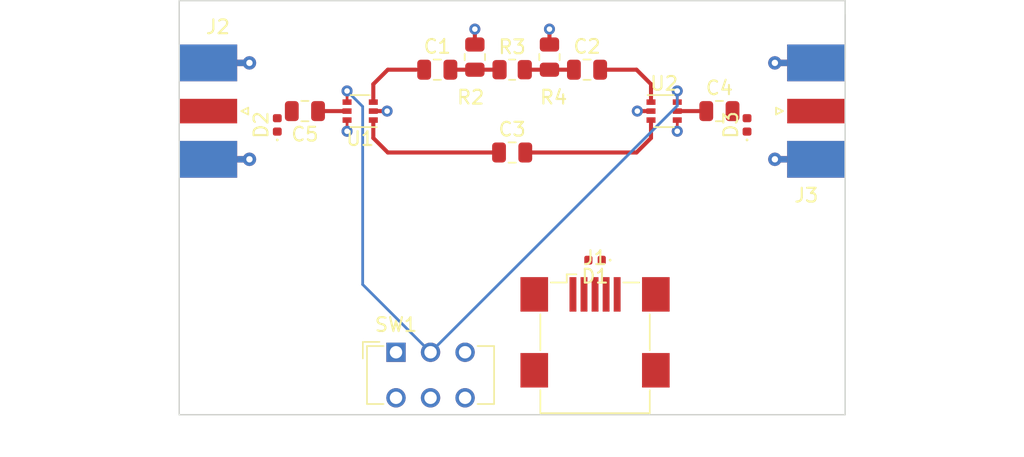
<source format=kicad_pcb>
(kicad_pcb (version 20211014) (generator pcbnew)
  (layers (0 "F.Cu" signal) (1 "In1.Cu" signal) (2 "In2.Cu" signal) (31 "B.Cu" signal) (34 "B.Paste" user) (35 "F.Paste" user) (36 "B.SilkS" user "B.Silkscreen") (37 "F.SilkS" user "F.Silkscreen") (38 "B.Mask" user) (39 "F.Mask" user) (44 "Edge.Cuts" user))
  (net 0 "")
  (net 1 "GND")
  (net 2 "+5V")
  (net 3 "/V_CTL")
  (net 4 "/IN")
  (net 5 "/OUT")
  (net 6 "/T_IN")
  (net 7 "/T_OUT")
  (net 11 "GNDA")
  (net 12 "Net-(C1-Pad2)")
  (net 13 "Net-(C2-Pad1)")
  (net 14 "/PASS_THRU_IN")
  (net 15 "/PASS_THRU_OUT")
  (net 16 "Net-(C4-Pad2)")
  (net 17 "Net-(C5-Pad2)")
  (footprint "Resistor_SMD:R_0805_2012Metric" (layer "F.Cu") (at 166.3 114.0875 -90)
    (fp_text reference "R2" (at 2.9125 0.3) (layer "F.SilkS"))
    (fp_text value "150R" hide)
    (fp_line (start -0.227064 -0.735) (end 0.227064 -0.735) (layer "F.SilkS") (width 0.12))
    (fp_line (start -0.227064 0.735) (end 0.227064 0.735) (layer "F.SilkS") (width 0.12))
    (pad "1" smd roundrect (at -0.9125 0 270) (size 1.025 1.4) (layers "F.Cu" "F.Paste" "F.Mask") (roundrect_rratio 0.243902) (net 11 "GNDA"))
    (pad "2" smd roundrect (at 0.9125 0 270) (size 1.025 1.4) (layers "F.Cu" "F.Paste" "F.Mask") (roundrect_rratio 0.243902) (net 12 "Net-(C1-Pad2)"))
  )
  (footprint "Package_TO_SOT_SMD:SOT-363_SC-70-6" (layer "F.Cu") (at 180 118)
    (fp_text reference "U2" (at 0 -2) (layer "F.SilkS"))
    (fp_text value "AS179-92LF")
    (fp_line (start 0.7 -1.16) (end -1.2 -1.16) (layer "F.SilkS") (width 0.12))
    (fp_line (start -0.7 1.16) (end 0.7 1.16) (layer "F.SilkS") (width 0.12))
    (pad "1" smd rect (at -0.95 -0.65) (size 0.65 0.4) (layers "F.Cu" "F.Paste" "F.Mask") (net 7 "/T_OUT"))
    (pad "2" smd rect (at -0.95 0) (size 0.65 0.4) (layers "F.Cu" "F.Paste" "F.Mask") (net 11 "GNDA"))
    (pad "3" smd rect (at -0.95 0.65) (size 0.65 0.4) (layers "F.Cu" "F.Paste" "F.Mask") (net 15 "/PASS_THRU_OUT"))
    (pad "4" smd rect (at 0.95 0.65) (size 0.65 0.4) (layers "F.Cu" "F.Paste" "F.Mask") (net 1 "GND"))
    (pad "5" smd rect (at 0.95 0) (size 0.65 0.4) (layers "F.Cu" "F.Paste" "F.Mask") (net 5 "/OUT"))
    (pad "6" smd rect (at 0.95 -0.65) (size 0.65 0.4) (layers "F.Cu" "F.Paste" "F.Mask") (net 3 "/V_CTL"))
  )
  (footprint "Connector_Coaxial:SMA_Molex_73251-2120_EdgeMount_Horizontal" (layer "F.Cu") (at 147 118 180)
    (fp_text reference "J2" (at -0.705 6.1) (layer "F.SilkS"))
    (fp_text value "Conn_Coaxial")
    (fp_line (start -2.4 0) (end -2.9 -0.25) (layer "F.SilkS") (width 0.12))
    (fp_line (start -2.9 -0.25) (end -2.9 0.25) (layer "F.SilkS") (width 0.12))
    (fp_line (start -2.9 0.25) (end -2.4 0) (layer "F.SilkS") (width 0.12))
    (pad "1" smd rect (at 0 0 180) (size 4.19 1.78) (layers "F.Cu" "F.Paste" "F.Mask") (net 17 "Net-(C5-Pad2)"))
    (pad "2" smd rect (at 0 -3.4925 180) (size 4.19 2.665) (layers "F.Cu" "F.Paste" "F.Mask") (net 11 "GNDA"))
    (pad "2" smd rect (at -2.54 3.4925 180) (size 0.89 0.46) (layers "B.Cu") (net 11 "GNDA"))
    (pad "2" smd rect (at 0 3.4925 180) (size 4.19 2.665) (layers "B.Cu" "B.Paste" "B.Mask") (net 11 "GNDA"))
    (pad "2" thru_hole circle (at -2.985 3.4925 180) (size 0.97 0.97) (drill 0.46) (layers *.Cu) (net 11 "GNDA"))
    (pad "2" smd rect (at -2.54 -3.4925 180) (size 0.89 0.46) (layers "B.Cu") (net 11 "GNDA"))
    (pad "2" thru_hole circle (at -2.985 -3.4925 180) (size 0.97 0.97) (drill 0.46) (layers *.Cu) (net 11 "GNDA"))
    (pad "2" smd rect (at 0 -3.4925 180) (size 4.19 2.665) (layers "B.Cu" "B.Paste" "B.Mask") (net 11 "GNDA"))
    (pad "2" smd rect (at 0 3.4925 180) (size 4.19 2.665) (layers "F.Cu" "F.Paste" "F.Mask") (net 11 "GNDA"))
    (pad "2" smd rect (at -2.54 3.4925 180) (size 0.89 0.46) (layers "F.Cu") (net 11 "GNDA"))
    (pad "2" smd rect (at -2.54 -3.4925 180) (size 0.89 0.46) (layers "F.Cu") (net 11 "GNDA"))
  )
  (footprint "Button_Switch_THT:SW_CuK_JS202011AQN_DPDT_Angled" (layer "F.Cu") (at 160.5925 135.475)
    (fp_text reference "SW1" (at 0 -2) (layer "F.SilkS"))
    (fp_text value "SW_SPDT")
    (fp_line (start 7.1 -0.45) (end 7.1 3.75) (layer "F.SilkS") (width 0.12))
    (fp_line (start -0.9 -0.45) (end -2.1 -0.45) (layer "F.SilkS") (width 0.12))
    (fp_line (start 7.1 3.75) (end 5.9 3.75) (layer "F.SilkS") (width 0.12))
    (fp_line (start -2.1 -0.45) (end -2.1 3.75) (layer "F.SilkS") (width 0.12))
    (fp_line (start -1.2 -0.75) (end -2.4 -0.75) (layer "F.SilkS") (width 0.12))
    (fp_line (start -2.4 -0.75) (end -2.4 0.45) (layer "F.SilkS") (width 0.12))
    (fp_line (start 5.9 -0.45) (end 7.1 -0.45) (layer "F.SilkS") (width 0.12))
    (fp_line (start -2.1 3.75) (end -0.9 3.75) (layer "F.SilkS") (width 0.12))
    (pad "1" thru_hole rect (at 0 0) (size 1.4 1.4) (drill 0.9) (layers *.Cu *.Mask) (net 1 "GND"))
    (pad "2" thru_hole circle (at 2.5 0) (size 1.4 1.4) (drill 0.9) (layers *.Cu *.Mask) (net 3 "/V_CTL"))
    (pad "3" thru_hole circle (at 5 0) (size 1.4 1.4) (drill 0.9) (layers *.Cu *.Mask) (net 2 "+5V"))
    (pad "4" thru_hole circle (at 0 3.3) (size 1.4 1.4) (drill 0.9) (layers *.Cu *.Mask))
    (pad "5" thru_hole circle (at 2.5 3.3) (size 1.4 1.4) (drill 0.9) (layers *.Cu *.Mask))
    (pad "6" thru_hole circle (at 5 3.3) (size 1.4 1.4) (drill 0.9) (layers *.Cu *.Mask))
  )
  (footprint "Diode_SMD:D_0402_1005Metric" (layer "F.Cu") (at 175 128.8 180)
    (fp_text reference "D1" (at 0 -1.17) (layer "F.SilkS"))
    (fp_text value "LXES15AAA1-100" hide)
    (fp_circle (center -1.09 0) (end -1.04 0) (layer "F.SilkS") (width 0.1) (fill none))
    (pad "1" smd roundrect (at -0.485 0 180) (size 0.59 0.64) (layers "F.Cu" "F.Paste" "F.Mask") (net 1 "GND"))
    (pad "2" smd roundrect (at 0.485 0 180) (size 0.59 0.64) (layers "F.Cu" "F.Paste" "F.Mask") (net 2 "+5V"))
  )
  (footprint "Capacitor_SMD:C_0805_2012Metric" (layer "F.Cu") (at 154 118 180)
    (fp_text reference "C5" (at 0 -1.68) (layer "F.SilkS"))
    (fp_text value "33p")
    (fp_line (start -0.261252 -0.735) (end 0.261252 -0.735) (layer "F.SilkS") (width 0.12))
    (fp_line (start -0.261252 0.735) (end 0.261252 0.735) (layer "F.SilkS") (width 0.12))
    (pad "1" smd roundrect (at -0.95 0 180) (size 1 1.45) (layers "F.Cu" "F.Paste" "F.Mask") (net 4 "/IN"))
    (pad "2" smd roundrect (at 0.95 0 180) (size 1 1.45) (layers "F.Cu" "F.Paste" "F.Mask") (net 17 "Net-(C5-Pad2)"))
  )
  (footprint "Connector_USB:USB_Mini-B_Wuerth_65100516121_Horizontal" (layer "F.Cu") (at 175 133.879)
    (fp_text reference "J1" (at 0 -5.25) (layer "F.SilkS"))
    (fp_text value "USB_B_Mini")
    (fp_line (start -3.96 1.45) (end -3.96 -1.15) (layer "F.SilkS") (width 0.12))
    (fp_line (start -3.96 4.35) (end -3.96 6.01) (layer "F.SilkS") (width 0.12))
    (fp_line (start 3.96 6.01) (end 3.96 4.35) (layer "F.SilkS") (width 0.12))
    (fp_line (start -3.96 6.01) (end 3.96 6.01) (layer "F.SilkS") (width 0.12))
    (fp_line (start 3.96 -1.15) (end 3.96 1.45) (layer "F.SilkS") (width 0.12))
    (fp_line (start 2.05 -3.46) (end 3.2 -3.46) (layer "F.SilkS") (width 0.12))
    (fp_line (start -3.2 -3.46) (end -2.05 -3.46) (layer "F.SilkS") (width 0.12))
    (fp_line (start -2.05 -4.05) (end -1.35 -4.05) (layer "F.SilkS") (width 0.12))
    (fp_line (start -2.05 -3.46) (end -2.05 -4.05) (layer "F.SilkS") (width 0.12))
    (pad "" np_thru_hole circle (at 2.2 0) (size 0.9 0.9) (drill 0.9) (layers *.Cu *.Mask))
    (pad "" np_thru_hole circle (at -2.2 0) (size 0.9 0.9) (drill 0.9) (layers *.Cu *.Mask))
    (pad "1" smd rect (at -1.6 -2.6) (size 0.5 2.5) (layers "F.Cu" "F.Paste" "F.Mask") (net 2 "+5V"))
    (pad "2" smd rect (at -0.8 -2.6) (size 0.5 2.5) (layers "F.Cu" "F.Paste" "F.Mask"))
    (pad "3" smd rect (at 0 -2.6) (size 0.5 2.5) (layers "F.Cu" "F.Paste" "F.Mask"))
    (pad "4" smd rect (at 0.8 -2.6) (size 0.5 2.5) (layers "F.Cu" "F.Paste" "F.Mask"))
    (pad "5" smd rect (at 1.6 -2.6) (size 0.5 2.5) (layers "F.Cu" "F.Paste" "F.Mask") (net 1 "GND"))
    (pad "6" smd rect (at -4.4 -2.6) (size 2 2.5) (layers "F.Cu" "F.Paste" "F.Mask") (net 1 "GND"))
    (pad "6" smd rect (at 4.4 2.9) (size 2 2.5) (layers "F.Cu" "F.Paste" "F.Mask") (net 1 "GND"))
    (pad "6" smd rect (at -4.4 2.9) (size 2 2.5) (layers "F.Cu" "F.Paste" "F.Mask") (net 1 "GND"))
    (pad "6" smd rect (at 4.4 -2.6) (size 2 2.5) (layers "F.Cu" "F.Paste" "F.Mask") (net 1 "GND"))
  )
  (footprint "Capacitor_SMD:C_0805_2012Metric" (layer "F.Cu") (at 169 121)
    (fp_text reference "C3" (at 0 -1.68) (layer "F.SilkS"))
    (fp_text value "33p")
    (fp_line (start -0.261252 -0.735) (end 0.261252 -0.735) (layer "F.SilkS") (width 0.12))
    (fp_line (start -0.261252 0.735) (end 0.261252 0.735) (layer "F.SilkS") (width 0.12))
    (pad "1" smd roundrect (at -0.95 0) (size 1 1.45) (layers "F.Cu" "F.Paste" "F.Mask") (net 14 "/PASS_THRU_IN"))
    (pad "2" smd roundrect (at 0.95 0) (size 1 1.45) (layers "F.Cu" "F.Paste" "F.Mask") (net 15 "/PASS_THRU_OUT"))
  )
  (footprint "Connector_Coaxial:SMA_Molex_73251-2120_EdgeMount_Horizontal" (layer "F.Cu") (at 191 118)
    (fp_text reference "J3" (at -0.705 6.1) (layer "F.SilkS"))
    (fp_text value "Conn_Coaxial")
    (fp_line (start -2.4 0) (end -2.9 -0.25) (layer "F.SilkS") (width 0.12))
    (fp_line (start -2.9 -0.25) (end -2.9 0.25) (layer "F.SilkS") (width 0.12))
    (fp_line (start -2.9 0.25) (end -2.4 0) (layer "F.SilkS") (width 0.12))
    (pad "1" smd rect (at 0 0) (size 4.19 1.78) (layers "F.Cu" "F.Paste" "F.Mask") (net 16 "Net-(C4-Pad2)"))
    (pad "2" smd rect (at -2.54 -3.4925) (size 0.89 0.46) (layers "B.Cu") (net 11 "GNDA"))
    (pad "2" smd rect (at 0 3.4925) (size 4.19 2.665) (layers "B.Cu" "B.Paste" "B.Mask") (net 11 "GNDA"))
    (pad "2" smd rect (at 0 3.4925) (size 4.19 2.665) (layers "F.Cu" "F.Paste" "F.Mask") (net 11 "GNDA"))
    (pad "2" smd rect (at 0 -3.4925) (size 4.19 2.665) (layers "B.Cu" "B.Paste" "B.Mask") (net 11 "GNDA"))
    (pad "2" thru_hole circle (at -2.985 -3.4925) (size 0.97 0.97) (drill 0.46) (layers *.Cu) (net 11 "GNDA"))
    (pad "2" thru_hole circle (at -2.985 3.4925) (size 0.97 0.97) (drill 0.46) (layers *.Cu) (net 11 "GNDA"))
    (pad "2" smd rect (at -2.54 3.4925) (size 0.89 0.46) (layers "F.Cu") (net 11 "GNDA"))
    (pad "2" smd rect (at 0 -3.4925) (size 4.19 2.665) (layers "F.Cu" "F.Paste" "F.Mask") (net 11 "GNDA"))
    (pad "2" smd rect (at -2.54 3.4925) (size 0.89 0.46) (layers "B.Cu") (net 11 "GNDA"))
    (pad "2" smd rect (at -2.54 -3.4925) (size 0.89 0.46) (layers "F.Cu") (net 11 "GNDA"))
  )
  (footprint "Diode_SMD:D_0402_1005Metric" (layer "F.Cu") (at 186 119 90)
    (fp_text reference "D3" (at 0 -1.17 90) (layer "F.SilkS"))
    (fp_text value "LXES15AAA1-100" hide)
    (fp_circle (center -1.09 0) (end -1.04 0) (layer "F.SilkS") (width 0.1) (fill none))
    (pad "1" smd roundrect (at -0.485 0 90) (size 0.59 0.64) (layers "F.Cu" "F.Paste" "F.Mask") (net 11 "GNDA"))
    (pad "2" smd roundrect (at 0.485 0 90) (size 0.59 0.64) (layers "F.Cu" "F.Paste" "F.Mask") (net 16 "Net-(C4-Pad2)"))
  )
  (footprint "Capacitor_SMD:C_0805_2012Metric" (layer "F.Cu") (at 163.58 115)
    (fp_text reference "C1" (at 0 -1.68) (layer "F.SilkS"))
    (fp_text value "33p" hide)
    (fp_line (start -0.261252 0.735) (end 0.261252 0.735) (layer "F.SilkS") (width 0.12))
    (fp_line (start -0.261252 -0.735) (end 0.261252 -0.735) (layer "F.SilkS") (width 0.12))
    (pad "1" smd roundrect (at -0.95 0) (size 1 1.45) (layers "F.Cu" "F.Paste" "F.Mask") (net 6 "/T_IN"))
    (pad "2" smd roundrect (at 0.95 0) (size 1 1.45) (layers "F.Cu" "F.Paste" "F.Mask") (net 12 "Net-(C1-Pad2)"))
  )
  (footprint "Capacitor_SMD:C_0805_2012Metric" (layer "F.Cu") (at 174.42 115)
    (fp_text reference "C2" (at 0 -1.68) (layer "F.SilkS"))
    (fp_text value "33p" hide)
    (fp_line (start -0.261252 -0.735) (end 0.261252 -0.735) (layer "F.SilkS") (width 0.12))
    (fp_line (start -0.261252 0.735) (end 0.261252 0.735) (layer "F.SilkS") (width 0.12))
    (pad "1" smd roundrect (at -0.95 0) (size 1 1.45) (layers "F.Cu" "F.Paste" "F.Mask") (net 13 "Net-(C2-Pad1)"))
    (pad "2" smd roundrect (at 0.95 0) (size 1 1.45) (layers "F.Cu" "F.Paste" "F.Mask") (net 7 "/T_OUT"))
  )
  (footprint "Package_TO_SOT_SMD:SOT-363_SC-70-6" (layer "F.Cu") (at 158 118 180)
    (fp_text reference "U1" (at 0 -2) (layer "F.SilkS"))
    (fp_text value "AS179-92LF")
    (fp_line (start 0.7 -1.16) (end -1.2 -1.16) (layer "F.SilkS") (width 0.12))
    (fp_line (start -0.7 1.16) (end 0.7 1.16) (layer "F.SilkS") (width 0.12))
    (pad "1" smd rect (at -0.95 -0.65 180) (size 0.65 0.4) (layers "F.Cu" "F.Paste" "F.Mask") (net 14 "/PASS_THRU_IN"))
    (pad "2" smd rect (at -0.95 0 180) (size 0.65 0.4) (layers "F.Cu" "F.Paste" "F.Mask") (net 11 "GNDA"))
    (pad "3" smd rect (at -0.95 0.65 180) (size 0.65 0.4) (layers "F.Cu" "F.Paste" "F.Mask") (net 6 "/T_IN"))
    (pad "4" smd rect (at 0.95 0.65 180) (size 0.65 0.4) (layers "F.Cu" "F.Paste" "F.Mask") (net 3 "/V_CTL"))
    (pad "5" smd rect (at 0.95 0 180) (size 0.65 0.4) (layers "F.Cu" "F.Paste" "F.Mask") (net 4 "/IN"))
    (pad "6" smd rect (at 0.95 -0.65 180) (size 0.65 0.4) (layers "F.Cu" "F.Paste" "F.Mask") (net 1 "GND"))
  )
  (footprint "Capacitor_SMD:C_0805_2012Metric" (layer "F.Cu") (at 184 118)
    (fp_text reference "C4" (at 0 -1.68) (layer "F.SilkS"))
    (fp_text value "33p")
    (fp_line (start -0.261252 0.735) (end 0.261252 0.735) (layer "F.SilkS") (width 0.12))
    (fp_line (start -0.261252 -0.735) (end 0.261252 -0.735) (layer "F.SilkS") (width 0.12))
    (pad "1" smd roundrect (at -0.95 0) (size 1 1.45) (layers "F.Cu" "F.Paste" "F.Mask") (net 5 "/OUT"))
    (pad "2" smd roundrect (at 0.95 0) (size 1 1.45) (layers "F.Cu" "F.Paste" "F.Mask") (net 16 "Net-(C4-Pad2)"))
  )
  (footprint "Resistor_SMD:R_0805_2012Metric" (layer "F.Cu") (at 169 115)
    (fp_text reference "R3" (at 0 -1.65) (layer "F.SilkS"))
    (fp_text value "37.4R" hide)
    (fp_line (start -0.227064 0.735) (end 0.227064 0.735) (layer "F.SilkS") (width 0.12))
    (fp_line (start -0.227064 -0.735) (end 0.227064 -0.735) (layer "F.SilkS") (width 0.12))
    (pad "1" smd roundrect (at -0.9125 0) (size 1.025 1.4) (layers "F.Cu" "F.Paste" "F.Mask") (roundrect_rratio 0.243902) (net 12 "Net-(C1-Pad2)"))
    (pad "2" smd roundrect (at 0.9125 0) (size 1.025 1.4) (layers "F.Cu" "F.Paste" "F.Mask") (roundrect_rratio 0.243902) (net 13 "Net-(C2-Pad1)"))
  )
  (footprint "Resistor_SMD:R_0805_2012Metric" (layer "F.Cu") (at 171.7 114.0875 -90)
    (fp_text reference "R4" (at 2.9125 -0.3) (layer "F.SilkS"))
    (fp_text value "150R" hide)
    (fp_line (start -0.227064 0.735) (end 0.227064 0.735) (layer "F.SilkS") (width 0.12))
    (fp_line (start -0.227064 -0.735) (end 0.227064 -0.735) (layer "F.SilkS") (width 0.12))
    (pad "1" smd roundrect (at -0.9125 0 270) (size 1.025 1.4) (layers "F.Cu" "F.Paste" "F.Mask") (roundrect_rratio 0.243902) (net 11 "GNDA"))
    (pad "2" smd roundrect (at 0.9125 0 270) (size 1.025 1.4) (layers "F.Cu" "F.Paste" "F.Mask") (roundrect_rratio 0.243902) (net 13 "Net-(C2-Pad1)"))
  )
  (footprint "Diode_SMD:D_0402_1005Metric" (layer "F.Cu") (at 152 119 90)
    (fp_text reference "D2" (at 0 -1.17 90) (layer "F.SilkS"))
    (fp_text value "LXES15AAA1-100" hide)
    (fp_circle (center -1.09 0) (end -1.04 0) (layer "F.SilkS") (width 0.1) (fill none))
    (pad "1" smd roundrect (at -0.485 0 90) (size 0.59 0.64) (layers "F.Cu" "F.Paste" "F.Mask") (net 11 "GNDA"))
    (pad "2" smd roundrect (at 0.485 0 90) (size 0.59 0.64) (layers "F.Cu" "F.Paste" "F.Mask") (net 17 "Net-(C5-Pad2)"))
  )
  (gr_line (start 193.1 114.2) (end 193.1 111) (layer "Edge.Cuts") (width 0.1))
  (gr_line (start 144.9 140) (end 193.1 140) (layer "Edge.Cuts") (width 0.1))
  (gr_line (start 193.1 110) (end 144.9 110) (layer "Edge.Cuts") (width 0.1))
  (gr_line (start 144.9 140) (end 144.9 110) (layer "Edge.Cuts") (width 0.1))
  (gr_line (start 193.1 110) (end 193.1 140) (layer "Edge.Cuts") (width 0.1))
  (segment (start 180.95 118.65) (end 180.95 119.46) (width 0.2) (layer "F.Cu") (net 1))
  (segment (start 157.05 118.65) (end 157.05 119.46) (width 0.2) (layer "F.Cu") (net 1))
  (via (at 180.95 119.46) (size 0.8) (drill 0.4) (layers "F.Cu" "B.Cu") (net 1))
  (via (at 157.05 119.46) (size 0.8) (drill 0.4) (layers "F.Cu" "B.Cu") (net 1))
  (segment (start 157.05 117.35) (end 157.05 116.54) (width 0.2) (layer "F.Cu") (net 3))
  (segment (start 180.95 117.35) (end 180.95 116.54) (width 0.2) (layer "F.Cu") (net 3))
  (via (at 157.05 116.54) (size 0.8) (drill 0.4) (layers "F.Cu" "B.Cu") (net 3))
  (via (at 180.95 116.54) (size 0.8) (drill 0.4) (layers "F.Cu" "B.Cu") (net 3))
  (segment (start 180.95 117.6175) (end 180.95 116.54) (width 0.2) (layer "B.Cu") (net 3))
  (segment (start 158.18 130.5625) (end 163.0925 135.475) (width 0.2) (layer "B.Cu") (net 3))
  (segment (start 157.05 116.54) (end 158.18 117.67) (width 0.2) (layer "B.Cu") (net 3))
  (segment (start 163.0925 135.475) (end 180.95 117.6175) (width 0.2) (layer "B.Cu") (net 3))
  (segment (start 158.18 117.67) (end 158.18 130.5625) (width 0.2) (layer "B.Cu") (net 3))
  (segment (start 157.05 118) (end 154.95 118) (width 0.29337) (layer "F.Cu") (net 4))
  (segment (start 180.95 118) (end 183.05 118) (width 0.29337) (layer "F.Cu") (net 5))
  (segment (start 160 115) (end 162.05 115) (width 0.29337) (layer "F.Cu") (net 6))
  (segment (start 158.95 116.05) (end 160 115) (width 0.29337) (layer "F.Cu") (net 6))
  (segment (start 158.95 117.35) (end 158.95 116.05) (width 0.29337) (layer "F.Cu") (net 6))
  (segment (start 175.37 115) (end 178 115) (width 0.29337) (layer "F.Cu") (net 7))
  (segment (start 179.05 116.05) (end 179.05 117.35) (width 0.29337) (layer "F.Cu") (net 7))
  (segment (start 178 115) (end 179.05 116.05) (width 0.29337) (layer "F.Cu") (net 7))
  (segment (start 179.05 118) (end 178.06 118) (width 0.29337) (layer "F.Cu") (net 11))
  (segment (start 171.7 113.175) (end 171.7 112.06) (width 0.29337) (layer "F.Cu") (net 11))
  (segment (start 166.3 113.175) (end 166.3 112.06) (width 0.29337) (layer "F.Cu") (net 11))
  (segment (start 158.95 118) (end 159.95 118) (width 0.29337) (layer "F.Cu") (net 11))
  (via (at 166.3 112.06) (size 0.8) (drill 0.4) (layers "F.Cu" "B.Cu") (net 11))
  (via (at 171.7 112.06) (size 0.8) (drill 0.4) (layers "F.Cu" "B.Cu") (net 11))
  (via (at 159.95 118) (size 0.8) (drill 0.4) (layers "F.Cu" "B.Cu") (net 11))
  (via (at 178.06 118) (size 0.8) (drill 0.4) (layers "F.Cu" "B.Cu") (net 11))
  (segment (start 168.0875 115) (end 164.53 115) (width 0.29337) (layer "F.Cu") (net 12))
  (segment (start 169.9125 115) (end 173.47 115) (width 0.29337) (layer "F.Cu") (net 13))
  (segment (start 168.05 121) (end 160 121) (width 0.29337) (layer "F.Cu") (net 14))
  (segment (start 158.95 119.95) (end 158.95 118.65) (width 0.29337) (layer "F.Cu") (net 14))
  (segment (start 160 121) (end 158.95 119.95) (width 0.29337) (layer "F.Cu") (net 14))
  (segment (start 179.05 119.95) (end 178 121) (width 0.29337) (layer "F.Cu") (net 15))
  (segment (start 178 121) (end 169.95 121) (width 0.29337) (layer "F.Cu") (net 15))
  (segment (start 179.05 118.65) (end 179.05 119.95) (width 0.29337) (layer "F.Cu") (net 15))
)
</source>
